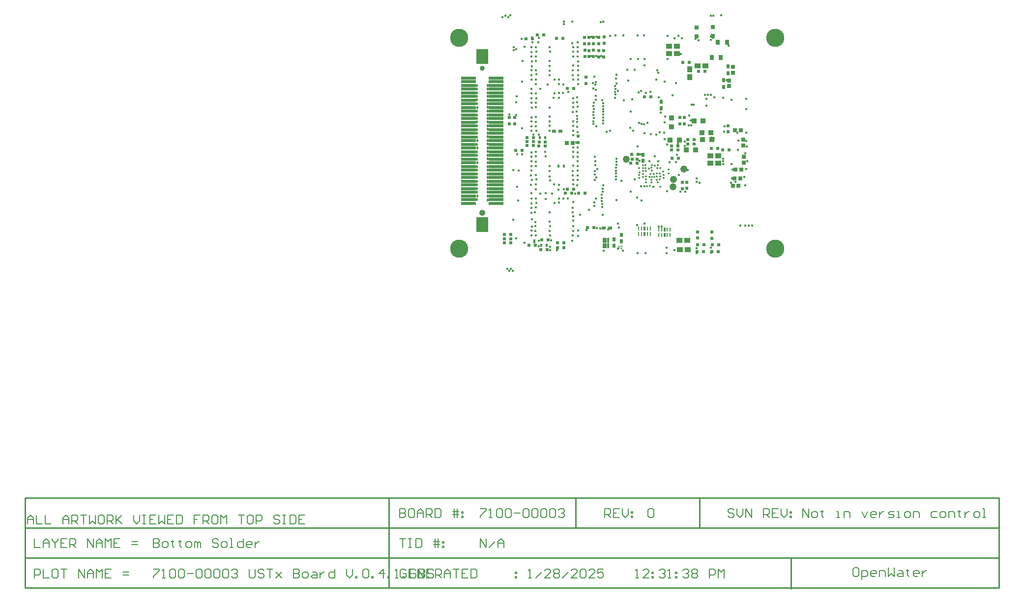
<source format=gbs>
G04*
G04 #@! TF.GenerationSoftware,Altium Limited,Altium Designer,24.3.1 (35)*
G04*
G04 Layer_Color=16711935*
%FSAX25Y25*%
%MOIN*%
G70*
G04*
G04 #@! TF.SameCoordinates,9BAF8AC8-72E2-4161-A934-73288D8D8D4B*
G04*
G04*
G04 #@! TF.FilePolarity,Negative*
G04*
G01*
G75*
%ADD11C,0.01000*%
%ADD20C,0.00800*%
%ADD32R,0.02000X0.02600*%
%ADD40R,0.02000X0.02400*%
%ADD43R,0.03600X0.03700*%
%ADD46R,0.02200X0.02000*%
%ADD49R,0.03740X0.04432*%
%ADD50R,0.04432X0.03740*%
%ADD51R,0.02400X0.02000*%
%ADD53R,0.02600X0.02000*%
%ADD56R,0.03700X0.03600*%
%ADD57R,0.01800X0.02200*%
%ADD60R,0.02200X0.02200*%
%ADD61R,0.03150X0.02975*%
%ADD77R,0.02677X0.02992*%
%ADD78R,0.02677X0.02992*%
%ADD79C,0.12294*%
%ADD80C,0.04143*%
%ADD81C,0.03356*%
%ADD82C,0.04894*%
%ADD83C,0.01794*%
%ADD84C,0.01594*%
%ADD85C,0.01394*%
%ADD86C,0.01781*%
%ADD104R,0.00800X0.02800*%
%ADD105R,0.01772X0.02800*%
%ADD109R,0.03000X0.03200*%
%ADD112R,0.02200X0.02800*%
%ADD113R,0.10443X0.01978*%
%ADD114R,0.08474X0.10443*%
%ADD115R,0.01457X0.01063*%
%ADD116R,0.01063X0.02441*%
%ADD117R,0.01194X0.03394*%
%ADD118R,0.02992X0.02677*%
%ADD119R,0.02992X0.02677*%
G54D11*
X0497200Y0080717D02*
Y0101050D01*
X0413200Y0080717D02*
Y0101050D01*
X0040000Y0080717D02*
X0700200D01*
X0040000Y0060383D02*
X0700000D01*
X0040000Y0040050D02*
X0440500D01*
X0040050Y0101050D02*
X0700200D01*
X0040050Y0040050D02*
Y0101050D01*
Y0040050D02*
X0197600D01*
X0040000D02*
Y0101050D01*
X0286500Y0040050D02*
Y0101050D01*
X0700200Y0040050D02*
Y0101050D01*
X0440500Y0040050D02*
X0700200D01*
X0559400Y0039400D02*
Y0059683D01*
G54D20*
X0126900Y0073549D02*
Y0067551D01*
X0129899D01*
X0130899Y0068550D01*
Y0069550D01*
X0129899Y0070550D01*
X0126900D01*
X0129899D01*
X0130899Y0071549D01*
Y0072549D01*
X0129899Y0073549D01*
X0126900D01*
X0133898Y0067551D02*
X0135897D01*
X0136897Y0068550D01*
Y0070550D01*
X0135897Y0071549D01*
X0133898D01*
X0132898Y0070550D01*
Y0068550D01*
X0133898Y0067551D01*
X0139896Y0072549D02*
Y0071549D01*
X0138896D01*
X0140895D01*
X0139896D01*
Y0068550D01*
X0140895Y0067551D01*
X0144894Y0072549D02*
Y0071549D01*
X0143895D01*
X0145894D01*
X0144894D01*
Y0068550D01*
X0145894Y0067551D01*
X0149893D02*
X0151892D01*
X0152892Y0068550D01*
Y0070550D01*
X0151892Y0071549D01*
X0149893D01*
X0148893Y0070550D01*
Y0068550D01*
X0149893Y0067551D01*
X0154891D02*
Y0071549D01*
X0155891D01*
X0156890Y0070550D01*
Y0067551D01*
Y0070550D01*
X0157890Y0071549D01*
X0158890Y0070550D01*
Y0067551D01*
X0170886Y0072549D02*
X0169886Y0073549D01*
X0167887D01*
X0166887Y0072549D01*
Y0071549D01*
X0167887Y0070550D01*
X0169886D01*
X0170886Y0069550D01*
Y0068550D01*
X0169886Y0067551D01*
X0167887D01*
X0166887Y0068550D01*
X0173885Y0067551D02*
X0175884D01*
X0176884Y0068550D01*
Y0070550D01*
X0175884Y0071549D01*
X0173885D01*
X0172885Y0070550D01*
Y0068550D01*
X0173885Y0067551D01*
X0178883D02*
X0180883D01*
X0179883D01*
Y0073549D01*
X0178883D01*
X0187880D02*
Y0067551D01*
X0184881D01*
X0183882Y0068550D01*
Y0070550D01*
X0184881Y0071549D01*
X0187880D01*
X0192879Y0067551D02*
X0190879D01*
X0189880Y0068550D01*
Y0070550D01*
X0190879Y0071549D01*
X0192879D01*
X0193878Y0070550D01*
Y0069550D01*
X0189880D01*
X0195878Y0071549D02*
Y0067551D01*
Y0069550D01*
X0196877Y0070550D01*
X0197877Y0071549D01*
X0198877D01*
X0567400Y0087833D02*
Y0093831D01*
X0571399Y0087833D01*
Y0093831D01*
X0574398Y0087833D02*
X0576397D01*
X0577397Y0088833D01*
Y0090832D01*
X0576397Y0091832D01*
X0574398D01*
X0573398Y0090832D01*
Y0088833D01*
X0574398Y0087833D01*
X0580396Y0092832D02*
Y0091832D01*
X0579396D01*
X0581395D01*
X0580396D01*
Y0088833D01*
X0581395Y0087833D01*
X0590393D02*
X0592392D01*
X0591392D01*
Y0091832D01*
X0590393D01*
X0595391Y0087833D02*
Y0091832D01*
X0598390D01*
X0599390Y0090832D01*
Y0087833D01*
X0607387Y0091832D02*
X0609386Y0087833D01*
X0611386Y0091832D01*
X0616384Y0087833D02*
X0614385D01*
X0613385Y0088833D01*
Y0090832D01*
X0614385Y0091832D01*
X0616384D01*
X0617384Y0090832D01*
Y0089833D01*
X0613385D01*
X0619383Y0091832D02*
Y0087833D01*
Y0089833D01*
X0620383Y0090832D01*
X0621383Y0091832D01*
X0622382D01*
X0625381Y0087833D02*
X0628380D01*
X0629380Y0088833D01*
X0628380Y0089833D01*
X0626381D01*
X0625381Y0090832D01*
X0626381Y0091832D01*
X0629380D01*
X0631379Y0087833D02*
X0633379D01*
X0632379D01*
Y0091832D01*
X0631379D01*
X0637377Y0087833D02*
X0639377D01*
X0640376Y0088833D01*
Y0090832D01*
X0639377Y0091832D01*
X0637377D01*
X0636378Y0090832D01*
Y0088833D01*
X0637377Y0087833D01*
X0642376D02*
Y0091832D01*
X0645375D01*
X0646374Y0090832D01*
Y0087833D01*
X0658371Y0091832D02*
X0655372D01*
X0654372Y0090832D01*
Y0088833D01*
X0655372Y0087833D01*
X0658371D01*
X0661370D02*
X0663369D01*
X0664369Y0088833D01*
Y0090832D01*
X0663369Y0091832D01*
X0661370D01*
X0660370Y0090832D01*
Y0088833D01*
X0661370Y0087833D01*
X0666368D02*
Y0091832D01*
X0669367D01*
X0670367Y0090832D01*
Y0087833D01*
X0673366Y0092832D02*
Y0091832D01*
X0672366D01*
X0674365D01*
X0673366D01*
Y0088833D01*
X0674365Y0087833D01*
X0677364Y0091832D02*
Y0087833D01*
Y0089833D01*
X0678364Y0090832D01*
X0679364Y0091832D01*
X0680364D01*
X0684362Y0087833D02*
X0686362D01*
X0687361Y0088833D01*
Y0090832D01*
X0686362Y0091832D01*
X0684362D01*
X0683362Y0090832D01*
Y0088833D01*
X0684362Y0087833D01*
X0689361D02*
X0691360D01*
X0690360D01*
Y0093831D01*
X0689361D01*
X0520799Y0092832D02*
X0519799Y0093831D01*
X0517800D01*
X0516800Y0092832D01*
Y0091832D01*
X0517800Y0090832D01*
X0519799D01*
X0520799Y0089833D01*
Y0088833D01*
X0519799Y0087833D01*
X0517800D01*
X0516800Y0088833D01*
X0522798Y0093831D02*
Y0089833D01*
X0524797Y0087833D01*
X0526797Y0089833D01*
Y0093831D01*
X0528796Y0087833D02*
Y0093831D01*
X0532795Y0087833D01*
Y0093831D01*
X0540792Y0087833D02*
Y0093831D01*
X0543791D01*
X0544791Y0092832D01*
Y0090832D01*
X0543791Y0089833D01*
X0540792D01*
X0542792D02*
X0544791Y0087833D01*
X0550789Y0093831D02*
X0546790D01*
Y0087833D01*
X0550789D01*
X0546790Y0090832D02*
X0548790D01*
X0552788Y0093831D02*
Y0089833D01*
X0554788Y0087833D01*
X0556787Y0089833D01*
Y0093831D01*
X0558786Y0091832D02*
X0559786D01*
Y0090832D01*
X0558786D01*
Y0091832D01*
Y0088833D02*
X0559786D01*
Y0087833D01*
X0558786D01*
Y0088833D01*
X0433000Y0087833D02*
Y0093831D01*
X0435999D01*
X0436999Y0092832D01*
Y0090832D01*
X0435999Y0089833D01*
X0433000D01*
X0434999D02*
X0436999Y0087833D01*
X0442997Y0093831D02*
X0438998D01*
Y0087833D01*
X0442997D01*
X0438998Y0090832D02*
X0440997D01*
X0444996Y0093831D02*
Y0089833D01*
X0446995Y0087833D01*
X0448995Y0089833D01*
Y0093831D01*
X0450994Y0091832D02*
X0451994D01*
Y0090832D01*
X0450994D01*
Y0091832D01*
Y0088833D02*
X0451994D01*
Y0087833D01*
X0450994D01*
Y0088833D01*
X0126900Y0052965D02*
X0130899D01*
Y0051965D01*
X0126900Y0047966D01*
Y0046966D01*
X0132898D02*
X0134897D01*
X0133898D01*
Y0052965D01*
X0132898Y0051965D01*
X0137896D02*
X0138896Y0052965D01*
X0140895D01*
X0141895Y0051965D01*
Y0047966D01*
X0140895Y0046966D01*
X0138896D01*
X0137896Y0047966D01*
Y0051965D01*
X0143895D02*
X0144894Y0052965D01*
X0146894D01*
X0147893Y0051965D01*
Y0047966D01*
X0146894Y0046966D01*
X0144894D01*
X0143895Y0047966D01*
Y0051965D01*
X0149893Y0049966D02*
X0153891D01*
X0155891Y0051965D02*
X0156890Y0052965D01*
X0158890D01*
X0159889Y0051965D01*
Y0047966D01*
X0158890Y0046966D01*
X0156890D01*
X0155891Y0047966D01*
Y0051965D01*
X0161889D02*
X0162888Y0052965D01*
X0164888D01*
X0165887Y0051965D01*
Y0047966D01*
X0164888Y0046966D01*
X0162888D01*
X0161889Y0047966D01*
Y0051965D01*
X0167887D02*
X0168886Y0052965D01*
X0170886D01*
X0171885Y0051965D01*
Y0047966D01*
X0170886Y0046966D01*
X0168886D01*
X0167887Y0047966D01*
Y0051965D01*
X0173885D02*
X0174884Y0052965D01*
X0176884D01*
X0177884Y0051965D01*
Y0047966D01*
X0176884Y0046966D01*
X0174884D01*
X0173885Y0047966D01*
Y0051965D01*
X0179883D02*
X0180883Y0052965D01*
X0182882D01*
X0183882Y0051965D01*
Y0050965D01*
X0182882Y0049966D01*
X0181882D01*
X0182882D01*
X0183882Y0048966D01*
Y0047966D01*
X0182882Y0046966D01*
X0180883D01*
X0179883Y0047966D01*
X0191879Y0052965D02*
Y0047966D01*
X0192879Y0046966D01*
X0194878D01*
X0195878Y0047966D01*
Y0052965D01*
X0201876Y0051965D02*
X0200876Y0052965D01*
X0198877D01*
X0197877Y0051965D01*
Y0050965D01*
X0198877Y0049966D01*
X0200876D01*
X0201876Y0048966D01*
Y0047966D01*
X0200876Y0046966D01*
X0198877D01*
X0197877Y0047966D01*
X0203875Y0052965D02*
X0207874D01*
X0205874D01*
Y0046966D01*
X0209873Y0050965D02*
X0213872Y0046966D01*
X0211873Y0048966D01*
X0213872Y0050965D01*
X0209873Y0046966D01*
X0221869Y0052965D02*
Y0046966D01*
X0224868D01*
X0225868Y0047966D01*
Y0048966D01*
X0224868Y0049966D01*
X0221869D01*
X0224868D01*
X0225868Y0050965D01*
Y0051965D01*
X0224868Y0052965D01*
X0221869D01*
X0228867Y0046966D02*
X0230866D01*
X0231866Y0047966D01*
Y0049966D01*
X0230866Y0050965D01*
X0228867D01*
X0227867Y0049966D01*
Y0047966D01*
X0228867Y0046966D01*
X0234865Y0050965D02*
X0236864D01*
X0237864Y0049966D01*
Y0046966D01*
X0234865D01*
X0233865Y0047966D01*
X0234865Y0048966D01*
X0237864D01*
X0239863Y0050965D02*
Y0046966D01*
Y0048966D01*
X0240863Y0049966D01*
X0241863Y0050965D01*
X0242863D01*
X0249860Y0052965D02*
Y0046966D01*
X0246861D01*
X0245862Y0047966D01*
Y0049966D01*
X0246861Y0050965D01*
X0249860D01*
X0257858Y0052965D02*
Y0048966D01*
X0259857Y0046966D01*
X0261856Y0048966D01*
Y0052965D01*
X0263856Y0046966D02*
Y0047966D01*
X0264855D01*
Y0046966D01*
X0263856D01*
X0268854Y0051965D02*
X0269854Y0052965D01*
X0271853D01*
X0272853Y0051965D01*
Y0047966D01*
X0271853Y0046966D01*
X0269854D01*
X0268854Y0047966D01*
Y0051965D01*
X0274852Y0046966D02*
Y0047966D01*
X0275852D01*
Y0046966D01*
X0274852D01*
X0282850D02*
Y0052965D01*
X0279851Y0049966D01*
X0283849D01*
X0285849Y0046966D02*
Y0047966D01*
X0286848D01*
Y0046966D01*
X0285849D01*
X0290847D02*
X0292846D01*
X0291847D01*
Y0052965D01*
X0290847Y0051965D01*
X0295845Y0046966D02*
Y0047966D01*
X0296845D01*
Y0046966D01*
X0295845D01*
X0304842Y0051965D02*
X0303843Y0052965D01*
X0301843D01*
X0300844Y0051965D01*
Y0047966D01*
X0301843Y0046966D01*
X0303843D01*
X0304842Y0047966D01*
Y0049966D01*
X0302843D01*
X0306842Y0052965D02*
Y0046966D01*
X0309841D01*
X0310841Y0047966D01*
Y0048966D01*
X0309841Y0049966D01*
X0306842D01*
X0309841D01*
X0310841Y0050965D01*
Y0051965D01*
X0309841Y0052965D01*
X0306842D01*
X0316839Y0051965D02*
X0315839Y0052965D01*
X0313840D01*
X0312840Y0051965D01*
Y0050965D01*
X0313840Y0049966D01*
X0315839D01*
X0316839Y0048966D01*
Y0047966D01*
X0315839Y0046966D01*
X0313840D01*
X0312840Y0047966D01*
X0381150Y0046966D02*
X0383149D01*
X0382150D01*
Y0052965D01*
X0381150Y0051965D01*
X0386148Y0046966D02*
X0390147Y0050965D01*
X0396145Y0046966D02*
X0392146D01*
X0396145Y0050965D01*
Y0051965D01*
X0395146Y0052965D01*
X0393146D01*
X0392146Y0051965D01*
X0398145D02*
X0399144Y0052965D01*
X0401144D01*
X0402143Y0051965D01*
Y0050965D01*
X0401144Y0049966D01*
X0402143Y0048966D01*
Y0047966D01*
X0401144Y0046966D01*
X0399144D01*
X0398145Y0047966D01*
Y0048966D01*
X0399144Y0049966D01*
X0398145Y0050965D01*
Y0051965D01*
X0399144Y0049966D02*
X0401144D01*
X0404143Y0046966D02*
X0408141Y0050965D01*
X0414139Y0046966D02*
X0410141D01*
X0414139Y0050965D01*
Y0051965D01*
X0413140Y0052965D01*
X0411140D01*
X0410141Y0051965D01*
X0416139D02*
X0417138Y0052965D01*
X0419138D01*
X0420137Y0051965D01*
Y0047966D01*
X0419138Y0046966D01*
X0417138D01*
X0416139Y0047966D01*
Y0051965D01*
X0426135Y0046966D02*
X0422137D01*
X0426135Y0050965D01*
Y0051965D01*
X0425136Y0052965D01*
X0423136D01*
X0422137Y0051965D01*
X0432133Y0052965D02*
X0428135D01*
Y0049966D01*
X0430134Y0050965D01*
X0431134D01*
X0432133Y0049966D01*
Y0047966D01*
X0431134Y0046966D01*
X0429135D01*
X0428135Y0047966D01*
X0298199Y0051965D02*
X0297199Y0052965D01*
X0295200D01*
X0294200Y0051965D01*
Y0047966D01*
X0295200Y0046966D01*
X0297199D01*
X0298199Y0047966D01*
Y0049966D01*
X0296199D01*
X0304197Y0052965D02*
X0300198D01*
Y0046966D01*
X0304197D01*
X0300198Y0049966D02*
X0302197D01*
X0306196Y0046966D02*
Y0052965D01*
X0310195Y0046966D01*
Y0052965D01*
X0316193D02*
X0312194D01*
Y0046966D01*
X0316193D01*
X0312194Y0049966D02*
X0314194D01*
X0318192Y0046966D02*
Y0052965D01*
X0321191D01*
X0322191Y0051965D01*
Y0049966D01*
X0321191Y0048966D01*
X0318192D01*
X0320192D02*
X0322191Y0046966D01*
X0324190D02*
Y0050965D01*
X0326190Y0052965D01*
X0328189Y0050965D01*
Y0046966D01*
Y0049966D01*
X0324190D01*
X0330188Y0052965D02*
X0334187D01*
X0332188D01*
Y0046966D01*
X0340185Y0052965D02*
X0336186D01*
Y0046966D01*
X0340185D01*
X0336186Y0049966D02*
X0338186D01*
X0342184Y0052965D02*
Y0046966D01*
X0345183D01*
X0346183Y0047966D01*
Y0051965D01*
X0345183Y0052965D01*
X0342184D01*
X0372175Y0050965D02*
X0373175D01*
Y0049966D01*
X0372175D01*
Y0050965D01*
Y0047966D02*
X0373175D01*
Y0046966D01*
X0372175D01*
Y0047966D01*
X0041778Y0083375D02*
Y0087374D01*
X0043777Y0089373D01*
X0045777Y0087374D01*
Y0083375D01*
Y0086374D01*
X0041778D01*
X0047776Y0089373D02*
Y0083375D01*
X0051775D01*
X0053774Y0089373D02*
Y0083375D01*
X0057773D01*
X0065770D02*
Y0087374D01*
X0067769Y0089373D01*
X0069769Y0087374D01*
Y0083375D01*
Y0086374D01*
X0065770D01*
X0071768Y0083375D02*
Y0089373D01*
X0074767D01*
X0075767Y0088373D01*
Y0086374D01*
X0074767Y0085374D01*
X0071768D01*
X0073768D02*
X0075767Y0083375D01*
X0077766Y0089373D02*
X0081765D01*
X0079766D01*
Y0083375D01*
X0083764Y0089373D02*
Y0083375D01*
X0085764Y0085374D01*
X0087763Y0083375D01*
Y0089373D01*
X0092761D02*
X0090762D01*
X0089762Y0088373D01*
Y0084374D01*
X0090762Y0083375D01*
X0092761D01*
X0093761Y0084374D01*
Y0088373D01*
X0092761Y0089373D01*
X0095760Y0083375D02*
Y0089373D01*
X0098759D01*
X0099759Y0088373D01*
Y0086374D01*
X0098759Y0085374D01*
X0095760D01*
X0097760D02*
X0099759Y0083375D01*
X0101759Y0089373D02*
Y0083375D01*
Y0085374D01*
X0105757Y0089373D01*
X0102758Y0086374D01*
X0105757Y0083375D01*
X0113755Y0089373D02*
Y0085374D01*
X0115754Y0083375D01*
X0117753Y0085374D01*
Y0089373D01*
X0119753D02*
X0121752D01*
X0120752D01*
Y0083375D01*
X0119753D01*
X0121752D01*
X0128750Y0089373D02*
X0124751D01*
Y0083375D01*
X0128750D01*
X0124751Y0086374D02*
X0126750D01*
X0130749Y0089373D02*
Y0083375D01*
X0132748Y0085374D01*
X0134748Y0083375D01*
Y0089373D01*
X0140746D02*
X0136747D01*
Y0083375D01*
X0140746D01*
X0136747Y0086374D02*
X0138747D01*
X0142745Y0089373D02*
Y0083375D01*
X0145744D01*
X0146744Y0084374D01*
Y0088373D01*
X0145744Y0089373D01*
X0142745D01*
X0158740D02*
X0154741D01*
Y0086374D01*
X0156741D01*
X0154741D01*
Y0083375D01*
X0160739D02*
Y0089373D01*
X0163738D01*
X0164738Y0088373D01*
Y0086374D01*
X0163738Y0085374D01*
X0160739D01*
X0162739D02*
X0164738Y0083375D01*
X0169737Y0089373D02*
X0167737D01*
X0166737Y0088373D01*
Y0084374D01*
X0167737Y0083375D01*
X0169737D01*
X0170736Y0084374D01*
Y0088373D01*
X0169737Y0089373D01*
X0172736Y0083375D02*
Y0089373D01*
X0174735Y0087374D01*
X0176734Y0089373D01*
Y0083375D01*
X0184732Y0089373D02*
X0188730D01*
X0186731D01*
Y0083375D01*
X0193729Y0089373D02*
X0191729D01*
X0190730Y0088373D01*
Y0084374D01*
X0191729Y0083375D01*
X0193729D01*
X0194728Y0084374D01*
Y0088373D01*
X0193729Y0089373D01*
X0196728Y0083375D02*
Y0089373D01*
X0199727D01*
X0200727Y0088373D01*
Y0086374D01*
X0199727Y0085374D01*
X0196728D01*
X0212723Y0088373D02*
X0211723Y0089373D01*
X0209723D01*
X0208724Y0088373D01*
Y0087374D01*
X0209723Y0086374D01*
X0211723D01*
X0212723Y0085374D01*
Y0084374D01*
X0211723Y0083375D01*
X0209723D01*
X0208724Y0084374D01*
X0214722Y0089373D02*
X0216721D01*
X0215722D01*
Y0083375D01*
X0214722D01*
X0216721D01*
X0219720Y0089373D02*
Y0083375D01*
X0222719D01*
X0223719Y0084374D01*
Y0088373D01*
X0222719Y0089373D01*
X0219720D01*
X0229717D02*
X0225718D01*
Y0083375D01*
X0229717D01*
X0225718Y0086374D02*
X0227718D01*
X0462150Y0092832D02*
X0463150Y0093831D01*
X0465149D01*
X0466149Y0092832D01*
Y0088833D01*
X0465149Y0087833D01*
X0463150D01*
X0462150Y0088833D01*
Y0092832D01*
X0348550Y0093831D02*
X0352549D01*
Y0092832D01*
X0348550Y0088833D01*
Y0087833D01*
X0354548D02*
X0356547D01*
X0355548D01*
Y0093831D01*
X0354548Y0092832D01*
X0359546D02*
X0360546Y0093831D01*
X0362545D01*
X0363545Y0092832D01*
Y0088833D01*
X0362545Y0087833D01*
X0360546D01*
X0359546Y0088833D01*
Y0092832D01*
X0365545D02*
X0366544Y0093831D01*
X0368544D01*
X0369543Y0092832D01*
Y0088833D01*
X0368544Y0087833D01*
X0366544D01*
X0365545Y0088833D01*
Y0092832D01*
X0371543Y0090832D02*
X0375541D01*
X0377541Y0092832D02*
X0378540Y0093831D01*
X0380540D01*
X0381539Y0092832D01*
Y0088833D01*
X0380540Y0087833D01*
X0378540D01*
X0377541Y0088833D01*
Y0092832D01*
X0383539D02*
X0384538Y0093831D01*
X0386538D01*
X0387537Y0092832D01*
Y0088833D01*
X0386538Y0087833D01*
X0384538D01*
X0383539Y0088833D01*
Y0092832D01*
X0389537D02*
X0390536Y0093831D01*
X0392536D01*
X0393535Y0092832D01*
Y0088833D01*
X0392536Y0087833D01*
X0390536D01*
X0389537Y0088833D01*
Y0092832D01*
X0395535D02*
X0396534Y0093831D01*
X0398534D01*
X0399534Y0092832D01*
Y0088833D01*
X0398534Y0087833D01*
X0396534D01*
X0395535Y0088833D01*
Y0092832D01*
X0401533D02*
X0402532Y0093831D01*
X0404532D01*
X0405532Y0092832D01*
Y0091832D01*
X0404532Y0090832D01*
X0403532D01*
X0404532D01*
X0405532Y0089833D01*
Y0088833D01*
X0404532Y0087833D01*
X0402532D01*
X0401533Y0088833D01*
X0294000Y0093831D02*
Y0087833D01*
X0296999D01*
X0297999Y0088833D01*
Y0089833D01*
X0296999Y0090832D01*
X0294000D01*
X0296999D01*
X0297999Y0091832D01*
Y0092832D01*
X0296999Y0093831D01*
X0294000D01*
X0302997D02*
X0300998D01*
X0299998Y0092832D01*
Y0088833D01*
X0300998Y0087833D01*
X0302997D01*
X0303997Y0088833D01*
Y0092832D01*
X0302997Y0093831D01*
X0305996Y0087833D02*
Y0091832D01*
X0307996Y0093831D01*
X0309995Y0091832D01*
Y0087833D01*
Y0090832D01*
X0305996D01*
X0311994Y0087833D02*
Y0093831D01*
X0314993D01*
X0315993Y0092832D01*
Y0090832D01*
X0314993Y0089833D01*
X0311994D01*
X0313994D02*
X0315993Y0087833D01*
X0317992Y0093831D02*
Y0087833D01*
X0320991D01*
X0321991Y0088833D01*
Y0092832D01*
X0320991Y0093831D01*
X0317992D01*
X0330988Y0087833D02*
Y0093831D01*
X0332987D02*
Y0087833D01*
X0329988Y0091832D02*
X0332987D01*
X0333987D01*
X0329988Y0089833D02*
X0333987D01*
X0335986Y0091832D02*
X0336986D01*
Y0090832D01*
X0335986D01*
Y0091832D01*
Y0088833D02*
X0336986D01*
Y0087833D01*
X0335986D01*
Y0088833D01*
X0046350Y0073549D02*
Y0067551D01*
X0050349D01*
X0052348D02*
Y0071549D01*
X0054347Y0073549D01*
X0056347Y0071549D01*
Y0067551D01*
Y0070550D01*
X0052348D01*
X0058346Y0073549D02*
Y0072549D01*
X0060346Y0070550D01*
X0062345Y0072549D01*
Y0073549D01*
X0060346Y0070550D02*
Y0067551D01*
X0068343Y0073549D02*
X0064344D01*
Y0067551D01*
X0068343D01*
X0064344Y0070550D02*
X0066343D01*
X0070342Y0067551D02*
Y0073549D01*
X0073341D01*
X0074341Y0072549D01*
Y0070550D01*
X0073341Y0069550D01*
X0070342D01*
X0072342D02*
X0074341Y0067551D01*
X0082338D02*
Y0073549D01*
X0086337Y0067551D01*
Y0073549D01*
X0088336Y0067551D02*
Y0071549D01*
X0090336Y0073549D01*
X0092335Y0071549D01*
Y0067551D01*
Y0070550D01*
X0088336D01*
X0094335Y0067551D02*
Y0073549D01*
X0096334Y0071549D01*
X0098333Y0073549D01*
Y0067551D01*
X0104331Y0073549D02*
X0100332D01*
Y0067551D01*
X0104331D01*
X0100332Y0070550D02*
X0102332D01*
X0112329Y0069550D02*
X0116327D01*
X0112329Y0071549D02*
X0116327D01*
X0046350Y0046966D02*
Y0052965D01*
X0049349D01*
X0050349Y0051965D01*
Y0049966D01*
X0049349Y0048966D01*
X0046350D01*
X0052348Y0052965D02*
Y0046966D01*
X0056347D01*
X0061345Y0052965D02*
X0059346D01*
X0058346Y0051965D01*
Y0047966D01*
X0059346Y0046966D01*
X0061345D01*
X0062345Y0047966D01*
Y0051965D01*
X0061345Y0052965D01*
X0064344D02*
X0068343D01*
X0066343D01*
Y0046966D01*
X0076340D02*
Y0052965D01*
X0080339Y0046966D01*
Y0052965D01*
X0082338Y0046966D02*
Y0050965D01*
X0084338Y0052965D01*
X0086337Y0050965D01*
Y0046966D01*
Y0049966D01*
X0082338D01*
X0088336Y0046966D02*
Y0052965D01*
X0090336Y0050965D01*
X0092335Y0052965D01*
Y0046966D01*
X0098333Y0052965D02*
X0094335D01*
Y0046966D01*
X0098333D01*
X0094335Y0049966D02*
X0096334D01*
X0106331Y0048966D02*
X0110329D01*
X0106331Y0050965D02*
X0110329D01*
X0454050Y0046966D02*
X0456049D01*
X0455050D01*
Y0052965D01*
X0454050Y0051965D01*
X0463047Y0046966D02*
X0459048D01*
X0463047Y0050965D01*
Y0051965D01*
X0462047Y0052965D01*
X0460048D01*
X0459048Y0051965D01*
X0465046Y0050965D02*
X0466046D01*
Y0049966D01*
X0465046D01*
Y0050965D01*
Y0047966D02*
X0466046D01*
Y0046966D01*
X0465046D01*
Y0047966D01*
X0470045Y0051965D02*
X0471044Y0052965D01*
X0473044D01*
X0474044Y0051965D01*
Y0050965D01*
X0473044Y0049966D01*
X0472044D01*
X0473044D01*
X0474044Y0048966D01*
Y0047966D01*
X0473044Y0046966D01*
X0471044D01*
X0470045Y0047966D01*
X0476043Y0046966D02*
X0478042D01*
X0477043D01*
Y0052965D01*
X0476043Y0051965D01*
X0481041Y0050965D02*
X0482041D01*
Y0049966D01*
X0481041D01*
Y0050965D01*
Y0047966D02*
X0482041D01*
Y0046966D01*
X0481041D01*
Y0047966D01*
X0486040Y0051965D02*
X0487039Y0052965D01*
X0489039D01*
X0490038Y0051965D01*
Y0050965D01*
X0489039Y0049966D01*
X0488039D01*
X0489039D01*
X0490038Y0048966D01*
Y0047966D01*
X0489039Y0046966D01*
X0487039D01*
X0486040Y0047966D01*
X0492038Y0051965D02*
X0493037Y0052965D01*
X0495037D01*
X0496036Y0051965D01*
Y0050965D01*
X0495037Y0049966D01*
X0496036Y0048966D01*
Y0047966D01*
X0495037Y0046966D01*
X0493037D01*
X0492038Y0047966D01*
Y0048966D01*
X0493037Y0049966D01*
X0492038Y0050965D01*
Y0051965D01*
X0493037Y0049966D02*
X0495037D01*
X0504034Y0046966D02*
Y0052965D01*
X0507033D01*
X0508033Y0051965D01*
Y0049966D01*
X0507033Y0048966D01*
X0504034D01*
X0510032Y0046966D02*
Y0052965D01*
X0512031Y0050965D01*
X0514031Y0052965D01*
Y0046966D01*
X0604409Y0053922D02*
X0602409D01*
X0601409Y0052922D01*
Y0048923D01*
X0602409Y0047924D01*
X0604409D01*
X0605408Y0048923D01*
Y0052922D01*
X0604409Y0053922D01*
X0607408Y0045924D02*
Y0051922D01*
X0610407D01*
X0611406Y0050923D01*
Y0048923D01*
X0610407Y0047924D01*
X0607408D01*
X0616405D02*
X0614405D01*
X0613406Y0048923D01*
Y0050923D01*
X0614405Y0051922D01*
X0616405D01*
X0617404Y0050923D01*
Y0049923D01*
X0613406D01*
X0619404Y0047924D02*
Y0051922D01*
X0622403D01*
X0623402Y0050923D01*
Y0047924D01*
X0625402Y0053922D02*
Y0047924D01*
X0627401Y0049923D01*
X0629400Y0047924D01*
Y0053922D01*
X0632400Y0051922D02*
X0634399D01*
X0635398Y0050923D01*
Y0047924D01*
X0632400D01*
X0631400Y0048923D01*
X0632400Y0049923D01*
X0635398D01*
X0638398Y0052922D02*
Y0051922D01*
X0637398D01*
X0639397D01*
X0638398D01*
Y0048923D01*
X0639397Y0047924D01*
X0645395D02*
X0643396D01*
X0642396Y0048923D01*
Y0050923D01*
X0643396Y0051922D01*
X0645395D01*
X0646395Y0050923D01*
Y0049923D01*
X0642396D01*
X0648394Y0051922D02*
Y0047924D01*
Y0049923D01*
X0649394Y0050923D01*
X0650394Y0051922D01*
X0651393D01*
X0294000Y0073498D02*
X0297999D01*
X0295999D01*
Y0067500D01*
X0299998Y0073498D02*
X0301997D01*
X0300998D01*
Y0067500D01*
X0299998D01*
X0301997D01*
X0304996Y0073498D02*
Y0067500D01*
X0307996D01*
X0308995Y0068500D01*
Y0072498D01*
X0307996Y0073498D01*
X0304996D01*
X0317992Y0067500D02*
Y0073498D01*
X0319992D02*
Y0067500D01*
X0316993Y0071499D02*
X0319992D01*
X0320991D01*
X0316993Y0069499D02*
X0320991D01*
X0322991Y0071499D02*
X0323990D01*
Y0070499D01*
X0322991D01*
Y0071499D01*
Y0068500D02*
X0323990D01*
Y0067500D01*
X0322991D01*
Y0068500D01*
X0348550Y0067500D02*
Y0073498D01*
X0352549Y0067500D01*
Y0073498D01*
X0354548Y0067500D02*
X0358547Y0071499D01*
X0360546Y0067500D02*
Y0071499D01*
X0362545Y0073498D01*
X0364545Y0071499D01*
Y0067500D01*
Y0070499D01*
X0360546D01*
G54D32*
X0471438Y0365544D02*
D03*
Y0369944D02*
D03*
X0513715Y0379936D02*
D03*
Y0384336D02*
D03*
X0516529Y0389265D02*
D03*
Y0393665D02*
D03*
X0439389Y0276459D02*
D03*
Y0272059D02*
D03*
X0444314Y0279515D02*
D03*
Y0275115D02*
D03*
G54D40*
X0488501Y0310993D02*
D03*
Y0315293D02*
D03*
X0485736Y0315185D02*
D03*
Y0310885D02*
D03*
X0425445Y0413362D02*
D03*
Y0409062D02*
D03*
X0422261Y0413433D02*
D03*
Y0409132D02*
D03*
X0428843Y0413561D02*
D03*
Y0409261D02*
D03*
X0419364Y0413436D02*
D03*
Y0409136D02*
D03*
X0432552Y0413713D02*
D03*
Y0409413D02*
D03*
X0425425Y0400364D02*
D03*
Y0404664D02*
D03*
X0428826Y0400181D02*
D03*
Y0404481D02*
D03*
X0422340Y0400331D02*
D03*
Y0404631D02*
D03*
X0432278Y0400247D02*
D03*
Y0404548D02*
D03*
X0419486Y0400359D02*
D03*
Y0404659D02*
D03*
X0420147Y0382136D02*
D03*
Y0386436D02*
D03*
X0371923Y0359152D02*
D03*
Y0354852D02*
D03*
X0368432Y0359088D02*
D03*
Y0354788D02*
D03*
X0415045Y0346598D02*
D03*
Y0342298D02*
D03*
X0483804Y0354682D02*
D03*
Y0358982D02*
D03*
X0486966Y0354707D02*
D03*
Y0359007D02*
D03*
X0495864Y0277315D02*
D03*
Y0281615D02*
D03*
X0505745Y0277224D02*
D03*
Y0281524D02*
D03*
G54D43*
X0494498Y0337145D02*
D03*
X0488398D02*
D03*
X0493501Y0356947D02*
D03*
X0499601D02*
D03*
X0499020Y0348794D02*
D03*
X0505121D02*
D03*
X0505522Y0344172D02*
D03*
X0499423D02*
D03*
X0477430Y0343777D02*
D03*
X0483530D02*
D03*
G54D46*
X0516505Y0349350D02*
D03*
Y0353350D02*
D03*
G54D49*
X0490559Y0386390D02*
D03*
Y0391727D02*
D03*
G54D50*
X0482022Y0402635D02*
D03*
X0476685D02*
D03*
X0509888Y0333191D02*
D03*
X0504551D02*
D03*
X0509888Y0328258D02*
D03*
X0504551D02*
D03*
X0483721Y0275661D02*
D03*
X0489058D02*
D03*
X0483894Y0269458D02*
D03*
X0489231D02*
D03*
X0501173Y0394264D02*
D03*
X0495836D02*
D03*
X0476685Y0407549D02*
D03*
X0482022D02*
D03*
G54D51*
X0513092Y0337252D02*
D03*
X0517392D02*
D03*
X0509535Y0338292D02*
D03*
X0505234D02*
D03*
X0459887Y0373075D02*
D03*
X0464187D02*
D03*
X0490378Y0396354D02*
D03*
X0486078D02*
D03*
X0392757Y0339821D02*
D03*
X0388457D02*
D03*
X0387277Y0415281D02*
D03*
X0391577D02*
D03*
X0392773Y0342541D02*
D03*
X0388473D02*
D03*
X0380357Y0345507D02*
D03*
X0384657D02*
D03*
X0383909Y0412487D02*
D03*
X0379609D02*
D03*
X0376938Y0336923D02*
D03*
X0372638D02*
D03*
X0406423Y0307829D02*
D03*
X0410723D02*
D03*
X0407588Y0378683D02*
D03*
X0411888D02*
D03*
X0419718Y0307675D02*
D03*
X0415418D02*
D03*
X0389563Y0269373D02*
D03*
X0393864D02*
D03*
X0390210Y0276025D02*
D03*
X0394510D02*
D03*
X0385852Y0272452D02*
D03*
X0381552D02*
D03*
X0380332Y0342837D02*
D03*
X0384632D02*
D03*
X0380266Y0340085D02*
D03*
X0384566D02*
D03*
X0369320Y0276863D02*
D03*
X0365019D02*
D03*
X0369261Y0274095D02*
D03*
X0364961D02*
D03*
X0369332Y0279721D02*
D03*
X0365032D02*
D03*
X0400865Y0274042D02*
D03*
X0405164D02*
D03*
X0407673Y0310553D02*
D03*
X0411973D02*
D03*
X0496787Y0390409D02*
D03*
X0501087D02*
D03*
X0489225Y0341283D02*
D03*
X0493525D02*
D03*
X0489225Y0344289D02*
D03*
X0493525D02*
D03*
X0455565Y0334259D02*
D03*
X0451265D02*
D03*
X0425730Y0284323D02*
D03*
X0421429D02*
D03*
X0482555Y0339961D02*
D03*
X0478255D02*
D03*
X0482585Y0337117D02*
D03*
X0478285D02*
D03*
X0478651Y0331496D02*
D03*
X0482951D02*
D03*
X0454959Y0328107D02*
D03*
X0450659D02*
D03*
X0495841Y0272768D02*
D03*
X0500141D02*
D03*
X0495697Y0268204D02*
D03*
X0499997D02*
D03*
X0509906D02*
D03*
X0505606D02*
D03*
X0505885Y0272717D02*
D03*
X0510184D02*
D03*
X0400904Y0270887D02*
D03*
X0405203D02*
D03*
X0404599Y0412910D02*
D03*
X0400299D02*
D03*
G54D53*
X0402953Y0349851D02*
D03*
X0398553D02*
D03*
X0432260Y0284033D02*
D03*
X0436660D02*
D03*
G54D56*
X0478170Y0358782D02*
D03*
Y0352682D02*
D03*
G54D57*
X0405408Y0326040D02*
D03*
X0401708D02*
D03*
X0390070Y0272572D02*
D03*
X0393770D02*
D03*
X0392654Y0345425D02*
D03*
X0388955D02*
D03*
G54D60*
X0454971Y0330955D02*
D03*
X0451471D02*
D03*
G54D61*
X0495433Y0420270D02*
D03*
Y0414145D02*
D03*
X0506179Y0414469D02*
D03*
Y0420594D02*
D03*
G54D77*
X0521374Y0350532D02*
D03*
X0521739Y0323947D02*
D03*
X0411146Y0341687D02*
D03*
X0521089Y0317941D02*
D03*
X0523668Y0312727D02*
D03*
G54D78*
X0525232Y0350532D02*
D03*
X0525597Y0323947D02*
D03*
X0407287Y0341687D02*
D03*
X0524947Y0317941D02*
D03*
X0519810Y0312727D02*
D03*
G54D79*
X0548783Y0270286D02*
D03*
X0334401D02*
D03*
Y0413156D02*
D03*
X0548783D02*
D03*
G54D80*
X0350010Y0294408D02*
D03*
G54D81*
Y0392439D02*
D03*
G54D82*
X0447683Y0330747D02*
D03*
X0486637Y0324285D02*
D03*
X0479528Y0317167D02*
D03*
X0479224Y0312035D02*
D03*
G54D83*
X0346363Y0315869D02*
D03*
X0346407Y0313470D02*
D03*
X0346423Y0308363D02*
D03*
X0346426Y0303463D02*
D03*
X0346438Y0310820D02*
D03*
X0346481Y0305848D02*
D03*
X0353548Y0315834D02*
D03*
X0353565Y0303281D02*
D03*
X0353591Y0313436D02*
D03*
X0353624Y0310889D02*
D03*
X0353646Y0305910D02*
D03*
X0353699Y0308437D02*
D03*
X0346365Y0325932D02*
D03*
X0346378Y0323413D02*
D03*
X0346392Y0320927D02*
D03*
X0346418Y0335841D02*
D03*
X0346430Y0333363D02*
D03*
X0346436Y0318499D02*
D03*
X0346452Y0340898D02*
D03*
X0346463Y0330874D02*
D03*
X0346497Y0343455D02*
D03*
X0346497Y0328474D02*
D03*
X0346564Y0338454D02*
D03*
X0353533Y0338451D02*
D03*
X0353539Y0340972D02*
D03*
X0353550Y0325898D02*
D03*
X0353562Y0323378D02*
D03*
X0353576Y0336052D02*
D03*
X0353577Y0320893D02*
D03*
X0353608Y0333505D02*
D03*
X0353620Y0318465D02*
D03*
X0353630Y0328527D02*
D03*
X0353684Y0331053D02*
D03*
X0346359Y0368546D02*
D03*
X0346372Y0370996D02*
D03*
X0346421Y0356056D02*
D03*
X0346429Y0363493D02*
D03*
X0346441Y0360903D02*
D03*
Y0358470D02*
D03*
X0346441Y0350912D02*
D03*
X0346452Y0345922D02*
D03*
X0346452Y0353401D02*
D03*
X0346452Y0348423D02*
D03*
X0346485Y0365848D02*
D03*
X0353530Y0360968D02*
D03*
X0353540Y0363445D02*
D03*
X0353544Y0368512D02*
D03*
X0353547Y0348415D02*
D03*
X0353547Y0345995D02*
D03*
X0353557Y0370962D02*
D03*
X0353558Y0366026D02*
D03*
X0353561Y0343509D02*
D03*
X0353573Y0358569D02*
D03*
X0353606Y0356022D02*
D03*
X0353627Y0351043D02*
D03*
X0353681Y0353570D02*
D03*
X0346329Y0373395D02*
D03*
X0346340Y0375872D02*
D03*
X0346343Y0380939D02*
D03*
X0346358Y0378453D02*
D03*
X0353514Y0373361D02*
D03*
X0353524Y0375838D02*
D03*
X0353528Y0380905D02*
D03*
X0353542Y0378419D02*
D03*
G54D84*
X0527548Y0318778D02*
D03*
X0519171Y0317801D02*
D03*
X0518641Y0314931D02*
D03*
X0528421Y0313019D02*
D03*
X0528255Y0334963D02*
D03*
X0507374Y0372914D02*
D03*
X0513426Y0327566D02*
D03*
X0513458Y0329385D02*
D03*
X0515726Y0384464D02*
D03*
X0530720Y0285653D02*
D03*
X0529119Y0342997D02*
D03*
X0529299Y0339472D02*
D03*
X0529578Y0329389D02*
D03*
X0528824Y0324160D02*
D03*
X0533120Y0285653D02*
D03*
X0528220D02*
D03*
X0525020Y0285753D02*
D03*
X0489399Y0323326D02*
D03*
X0483365Y0320282D02*
D03*
X0452390Y0350175D02*
D03*
X0491267Y0357176D02*
D03*
X0458074Y0302816D02*
D03*
X0522956Y0348689D02*
D03*
X0523793Y0343526D02*
D03*
X0456780Y0329649D02*
D03*
X0441103Y0303119D02*
D03*
X0450716Y0308920D02*
D03*
X0481264Y0328685D02*
D03*
X0478906Y0374057D02*
D03*
X0444302Y0316007D02*
D03*
X0442598Y0284385D02*
D03*
X0445250Y0268831D02*
D03*
X0425804Y0386721D02*
D03*
X0411078Y0409610D02*
D03*
X0422331Y0296424D02*
D03*
X0423609Y0400894D02*
D03*
X0427424Y0400911D02*
D03*
X0459894Y0394367D02*
D03*
X0453273Y0391452D02*
D03*
X0448282Y0391328D02*
D03*
X0487257Y0339793D02*
D03*
X0493224Y0367740D02*
D03*
X0491803Y0367750D02*
D03*
X0513455Y0372607D02*
D03*
X0502974Y0374471D02*
D03*
X0501084Y0374520D02*
D03*
X0481835Y0333752D02*
D03*
X0425447Y0356559D02*
D03*
X0425432Y0354675D02*
D03*
X0425521Y0358650D02*
D03*
X0425458Y0360747D02*
D03*
X0425597Y0368983D02*
D03*
X0427100Y0371007D02*
D03*
X0432006Y0368843D02*
D03*
X0432026Y0364966D02*
D03*
X0432055Y0366899D02*
D03*
X0432036Y0361031D02*
D03*
X0432045Y0363013D02*
D03*
X0432036Y0359049D02*
D03*
X0431987Y0357106D02*
D03*
X0432006Y0355104D02*
D03*
X0425400Y0366901D02*
D03*
X0425433Y0362928D02*
D03*
X0425475Y0364915D02*
D03*
X0414470Y0349060D02*
D03*
X0414183Y0352797D02*
D03*
X0414396Y0356102D02*
D03*
X0414404Y0358148D02*
D03*
X0414050Y0363123D02*
D03*
X0414493Y0366307D02*
D03*
X0414205Y0369624D02*
D03*
X0414280Y0372755D02*
D03*
X0411053Y0424275D02*
D03*
X0405384Y0422514D02*
D03*
X0405461Y0424207D02*
D03*
X0482543Y0341378D02*
D03*
X0475618Y0398935D02*
D03*
X0475005Y0267155D02*
D03*
X0475116Y0270740D02*
D03*
X0471495Y0284973D02*
D03*
X0469613Y0285085D02*
D03*
X0459927Y0286992D02*
D03*
X0455108Y0286054D02*
D03*
X0441862Y0270234D02*
D03*
X0475257Y0309160D02*
D03*
X0505054Y0270690D02*
D03*
X0505120Y0267353D02*
D03*
X0495242Y0267287D02*
D03*
X0495275Y0270624D02*
D03*
X0482713Y0269383D02*
D03*
X0485142Y0269257D02*
D03*
X0480158D02*
D03*
X0505012Y0374454D02*
D03*
X0448824Y0384205D02*
D03*
X0467965Y0384904D02*
D03*
X0516919Y0407735D02*
D03*
X0455080Y0304887D02*
D03*
X0463854Y0376619D02*
D03*
X0469163Y0389426D02*
D03*
X0435208Y0283195D02*
D03*
X0453451Y0317006D02*
D03*
X0506240Y0413062D02*
D03*
X0504935Y0411743D02*
D03*
X0455661Y0398670D02*
D03*
X0455296Y0267114D02*
D03*
X0460569Y0267132D02*
D03*
X0523460Y0337219D02*
D03*
X0528971Y0371931D02*
D03*
X0529028Y0364754D02*
D03*
X0504910Y0414300D02*
D03*
X0467134Y0332921D02*
D03*
X0441941Y0377222D02*
D03*
X0427249Y0318582D02*
D03*
X0426354Y0320405D02*
D03*
X0411129Y0275456D02*
D03*
X0411655Y0326325D02*
D03*
X0440801Y0327082D02*
D03*
X0440816Y0329186D02*
D03*
X0440942Y0331134D02*
D03*
X0431568Y0310935D02*
D03*
X0431546Y0308916D02*
D03*
X0430998Y0304622D02*
D03*
X0431153Y0300331D02*
D03*
X0431423Y0298386D02*
D03*
X0430844Y0302399D02*
D03*
X0425820Y0299200D02*
D03*
X0425849Y0301323D02*
D03*
X0411770Y0289293D02*
D03*
X0411496Y0292028D02*
D03*
X0415026Y0278666D02*
D03*
X0415106Y0282308D02*
D03*
X0411470Y0335699D02*
D03*
X0436577Y0350176D02*
D03*
X0432416Y0268767D02*
D03*
X0434283Y0349614D02*
D03*
X0481207Y0382334D02*
D03*
X0436515Y0414591D02*
D03*
X0385369Y0274537D02*
D03*
X0388416Y0271829D02*
D03*
X0388385Y0275624D02*
D03*
X0385316Y0275668D02*
D03*
X0473508Y0344560D02*
D03*
X0501952Y0367058D02*
D03*
X0501958Y0371809D02*
D03*
X0414260Y0313016D02*
D03*
X0416456Y0293145D02*
D03*
X0426978Y0304120D02*
D03*
X0450315Y0352070D02*
D03*
X0413515Y0342136D02*
D03*
X0413096Y0307541D02*
D03*
X0461102Y0375818D02*
D03*
X0473615Y0355701D02*
D03*
X0430018Y0283885D02*
D03*
X0427800Y0284253D02*
D03*
X0512038Y0428463D02*
D03*
X0505449Y0345367D02*
D03*
X0507096Y0345273D02*
D03*
X0457175Y0334058D02*
D03*
X0468063Y0347545D02*
D03*
X0463291Y0329461D02*
D03*
X0487227Y0342795D02*
D03*
X0529088Y0348640D02*
D03*
X0519719Y0323746D02*
D03*
X0518859Y0327316D02*
D03*
X0519117Y0371214D02*
D03*
X0470316Y0349106D02*
D03*
X0455840Y0376257D02*
D03*
X0457780Y0377071D02*
D03*
X0468554Y0391199D02*
D03*
X0495714Y0414322D02*
D03*
X0494625Y0412631D02*
D03*
X0496501Y0411519D02*
D03*
X0505002Y0428192D02*
D03*
X0506526Y0428092D02*
D03*
X0430345Y0423962D02*
D03*
X0431952Y0423979D02*
D03*
X0455433Y0339634D02*
D03*
X0370847Y0289781D02*
D03*
Y0323374D02*
D03*
X0376818Y0383444D02*
D03*
X0440447Y0414752D02*
D03*
X0414767Y0326250D02*
D03*
X0420678Y0282966D02*
D03*
X0427181Y0413849D02*
D03*
X0423809Y0413813D02*
D03*
X0430568Y0400928D02*
D03*
X0473854Y0359824D02*
D03*
X0459753Y0354377D02*
D03*
X0476836Y0328703D02*
D03*
X0464221Y0347795D02*
D03*
X0469363Y0329329D02*
D03*
X0442066Y0286992D02*
D03*
X0383613Y0285277D02*
D03*
X0425412Y0378672D02*
D03*
X0425031Y0382439D02*
D03*
X0426862Y0383224D02*
D03*
X0414169Y0360215D02*
D03*
X0427318Y0353238D02*
D03*
X0440500Y0385359D02*
D03*
X0485449Y0412743D02*
D03*
X0475534Y0414628D02*
D03*
X0480398Y0412747D02*
D03*
X0473458Y0348779D02*
D03*
X0427821Y0324114D02*
D03*
X0426271Y0332316D02*
D03*
X0426704Y0329566D02*
D03*
X0426584Y0326840D02*
D03*
X0426151Y0322961D02*
D03*
X0426794Y0381308D02*
D03*
X0426989Y0377672D02*
D03*
X0431889Y0313012D02*
D03*
X0431023Y0306833D02*
D03*
X0383738Y0290039D02*
D03*
X0427083Y0373717D02*
D03*
X0408138Y0376398D02*
D03*
X0440420Y0374666D02*
D03*
X0440955Y0382250D02*
D03*
X0469755Y0372916D02*
D03*
X0451754Y0371441D02*
D03*
X0450762Y0362973D02*
D03*
X0457811Y0354889D02*
D03*
X0456167Y0355591D02*
D03*
X0462061Y0355499D02*
D03*
X0470984Y0364468D02*
D03*
X0471056Y0362519D02*
D03*
X0445591Y0414680D02*
D03*
X0495043Y0393355D02*
D03*
X0459835Y0348314D02*
D03*
X0490267Y0360398D02*
D03*
X0490092Y0353801D02*
D03*
X0484416Y0308948D02*
D03*
X0521531Y0315328D02*
D03*
X0487667Y0308948D02*
D03*
X0374228Y0302782D02*
D03*
X0383325Y0300757D02*
D03*
X0383503Y0316968D02*
D03*
X0386700Y0388587D02*
D03*
X0383220Y0375429D02*
D03*
X0373718Y0334190D02*
D03*
X0386309Y0332648D02*
D03*
X0450629Y0398806D02*
D03*
X0491746Y0353811D02*
D03*
X0383225Y0332587D02*
D03*
X0460090Y0398710D02*
D03*
X0459603Y0414807D02*
D03*
X0455464Y0414644D02*
D03*
X0411424Y0279092D02*
D03*
X0411538Y0282068D02*
D03*
X0384628Y0347338D02*
D03*
X0440595Y0316988D02*
D03*
Y0319014D02*
D03*
X0440637Y0320997D02*
D03*
X0440580Y0322909D02*
D03*
X0440666Y0324977D02*
D03*
X0426352Y0316847D02*
D03*
X0484765Y0402173D02*
D03*
X0483001Y0414343D02*
D03*
X0405096Y0304161D02*
D03*
X0408080Y0304122D02*
D03*
X0405108Y0381352D02*
D03*
X0475379Y0340812D02*
D03*
X0383280Y0378587D02*
D03*
X0374647Y0323220D02*
D03*
X0383220Y0356415D02*
D03*
X0373252Y0373474D02*
D03*
X0383308Y0391160D02*
D03*
X0378641Y0274280D02*
D03*
X0473663Y0383379D02*
D03*
X0373009Y0360902D02*
D03*
Y0369621D02*
D03*
X0373070Y0277117D02*
D03*
X0386418Y0366015D02*
D03*
X0383331Y0369049D02*
D03*
X0383329Y0322993D02*
D03*
X0383233Y0359222D02*
D03*
X0378511Y0407034D02*
D03*
X0411540Y0356486D02*
D03*
X0513395Y0331152D02*
D03*
X0431695Y0293017D02*
D03*
X0514311Y0353149D02*
D03*
X0389446Y0307444D02*
D03*
X0411520Y0347257D02*
D03*
X0411677Y0285518D02*
D03*
X0388305Y0347401D02*
D03*
X0373499Y0312011D02*
D03*
X0377242Y0397398D02*
D03*
X0405146Y0310563D02*
D03*
X0383161Y0304129D02*
D03*
X0514039Y0349337D02*
D03*
X0376947Y0334261D02*
D03*
X0376897Y0351841D02*
D03*
X0371284Y0404917D02*
D03*
X0371217Y0406659D02*
D03*
X0376676Y0412402D02*
D03*
X0439950Y0376620D02*
D03*
X0411432Y0362832D02*
D03*
Y0322866D02*
D03*
Y0319724D02*
D03*
X0446027Y0370777D02*
D03*
X0411413Y0297844D02*
D03*
X0383355Y0294581D02*
D03*
X0385965Y0282257D02*
D03*
Y0288294D02*
D03*
Y0285350D02*
D03*
X0386163Y0279012D02*
D03*
X0386407Y0304204D02*
D03*
X0385737Y0294795D02*
D03*
X0386345Y0298074D02*
D03*
X0386509Y0301194D02*
D03*
X0411502Y0301697D02*
D03*
X0411622Y0313639D02*
D03*
X0414527Y0316729D02*
D03*
X0431426Y0370873D02*
D03*
X0411584Y0372203D02*
D03*
X0386409Y0310603D02*
D03*
X0404717Y0375926D02*
D03*
X0414563Y0329343D02*
D03*
X0414725Y0335406D02*
D03*
X0414560Y0319761D02*
D03*
X0411593Y0350166D02*
D03*
X0414646Y0400551D02*
D03*
X0414969Y0384791D02*
D03*
X0414902Y0381689D02*
D03*
X0414612Y0403669D02*
D03*
X0414663Y0406813D02*
D03*
X0439973Y0372489D02*
D03*
X0440462Y0378535D02*
D03*
X0439944Y0380616D02*
D03*
X0441021Y0388226D02*
D03*
X0414493Y0409976D02*
D03*
X0414816Y0397052D02*
D03*
X0411482Y0338863D02*
D03*
X0411541Y0316704D02*
D03*
X0411495Y0332418D02*
D03*
X0414695Y0338818D02*
D03*
X0414629Y0332418D02*
D03*
X0414640Y0323092D02*
D03*
X0411465Y0294817D02*
D03*
X0386597Y0350225D02*
D03*
X0373110Y0405397D02*
D03*
X0383694Y0393795D02*
D03*
X0411475Y0406777D02*
D03*
X0411538Y0403651D02*
D03*
X0411574Y0400540D02*
D03*
X0411582Y0369197D02*
D03*
X0411677Y0365995D02*
D03*
X0411627Y0394349D02*
D03*
X0414906Y0394221D02*
D03*
X0414832Y0391073D02*
D03*
X0411401Y0387893D02*
D03*
X0411389Y0391182D02*
D03*
X0411557Y0384774D02*
D03*
X0414834Y0387783D02*
D03*
X0411503Y0353326D02*
D03*
X0383517Y0397263D02*
D03*
X0383194Y0326094D02*
D03*
X0383390Y0282575D02*
D03*
X0383341Y0297921D02*
D03*
X0383234Y0279220D02*
D03*
X0386392Y0335736D02*
D03*
X0383232Y0335587D02*
D03*
X0386428Y0329303D02*
D03*
X0383295Y0329392D02*
D03*
X0386428Y0326147D02*
D03*
X0383133Y0313562D02*
D03*
X0386262Y0313647D02*
D03*
X0386531Y0317009D02*
D03*
X0383133Y0319893D02*
D03*
X0386267Y0320187D02*
D03*
X0383192Y0350208D02*
D03*
Y0353115D02*
D03*
X0386342Y0353115D02*
D03*
Y0356264D02*
D03*
X0386301Y0359462D02*
D03*
X0383658Y0365704D02*
D03*
X0383370Y0384741D02*
D03*
X0386278Y0384866D02*
D03*
X0383345Y0387963D02*
D03*
X0386278Y0391135D02*
D03*
X0386344Y0397336D02*
D03*
X0383350Y0400563D02*
D03*
X0386381Y0400628D02*
D03*
X0386474Y0403789D02*
D03*
X0383160Y0403546D02*
D03*
X0383146Y0406839D02*
D03*
X0386366Y0406785D02*
D03*
X0386430Y0369119D02*
D03*
X0383284Y0372265D02*
D03*
X0386471Y0372241D02*
D03*
X0386335Y0375333D02*
D03*
G54D85*
X0465051Y0318865D02*
D03*
X0466386Y0320725D02*
D03*
X0456267Y0324784D02*
D03*
X0460600Y0324953D02*
D03*
X0468395Y0316850D02*
D03*
X0470499Y0319200D02*
D03*
X0470467Y0317059D02*
D03*
X0476161Y0323832D02*
D03*
X0460986Y0315266D02*
D03*
X0470503Y0312120D02*
D03*
X0468438Y0321104D02*
D03*
X0461569Y0312356D02*
D03*
X0468457Y0319208D02*
D03*
X0459050Y0322672D02*
D03*
X0464490Y0325092D02*
D03*
X0462967Y0324636D02*
D03*
X0468877Y0315252D02*
D03*
X0464736Y0315034D02*
D03*
X0466778Y0318893D02*
D03*
X0464499Y0316739D02*
D03*
X0470357Y0321123D02*
D03*
X0472608Y0322500D02*
D03*
X0466904Y0326626D02*
D03*
X0464840Y0323108D02*
D03*
X0468915Y0326649D02*
D03*
X0460811Y0319013D02*
D03*
X0458845Y0318892D02*
D03*
X0458975Y0320714D02*
D03*
X0460839Y0322858D02*
D03*
X0460782Y0326815D02*
D03*
X0464841Y0326653D02*
D03*
X0460954Y0317237D02*
D03*
X0456463Y0318016D02*
D03*
X0472903Y0320023D02*
D03*
X0472919Y0317990D02*
D03*
X0456521Y0321706D02*
D03*
X0456423Y0320161D02*
D03*
X0463352Y0318893D02*
D03*
X0463864Y0320904D02*
D03*
X0458967Y0326646D02*
D03*
X0458934Y0324753D02*
D03*
X0470524Y0324764D02*
D03*
X0468506Y0324735D02*
D03*
X0476365Y0321049D02*
D03*
X0463692Y0312727D02*
D03*
G54D86*
X0457537Y0312478D02*
D03*
X0386459Y0381723D02*
D03*
X0370627Y0255174D02*
D03*
X0368163Y0255100D02*
D03*
X0369054Y0428314D02*
D03*
X0367029Y0256345D02*
D03*
X0363752Y0427217D02*
D03*
X0365736Y0428113D02*
D03*
X0369310Y0256312D02*
D03*
X0367500Y0427116D02*
D03*
X0459814Y0312316D02*
D03*
X0389251Y0378505D02*
D03*
X0400470Y0269079D02*
D03*
X0396549Y0275879D02*
D03*
X0395850Y0269244D02*
D03*
X0395967Y0271413D02*
D03*
X0397381Y0307377D02*
D03*
X0495286Y0317871D02*
D03*
X0497215Y0314739D02*
D03*
X0495311Y0315628D02*
D03*
X0466011Y0312059D02*
D03*
X0401738Y0310299D02*
D03*
X0368432Y0361123D02*
D03*
X0395784Y0282072D02*
D03*
X0396003Y0279221D02*
D03*
X0401966Y0304244D02*
D03*
X0401931Y0381667D02*
D03*
X0395607Y0365965D02*
D03*
X0395588Y0294757D02*
D03*
X0395691Y0326145D02*
D03*
X0394142Y0381617D02*
D03*
X0392887Y0303923D02*
D03*
X0395936Y0285542D02*
D03*
X0395782Y0319233D02*
D03*
X0398880Y0300983D02*
D03*
X0388014Y0410218D02*
D03*
X0392982Y0307939D02*
D03*
X0388189Y0412975D02*
D03*
X0383272Y0307649D02*
D03*
X0383690Y0413411D02*
D03*
X0383924Y0409987D02*
D03*
X0395533Y0353423D02*
D03*
Y0350290D02*
D03*
Y0356599D02*
D03*
Y0359750D02*
D03*
X0398491Y0313665D02*
D03*
X0395831Y0316449D02*
D03*
X0393052Y0332686D02*
D03*
X0395642Y0387722D02*
D03*
X0402099Y0301489D02*
D03*
X0395690Y0288516D02*
D03*
X0395691Y0322902D02*
D03*
X0402049Y0372535D02*
D03*
X0398416Y0372322D02*
D03*
X0395503Y0390873D02*
D03*
X0401897Y0313562D02*
D03*
X0401841Y0375784D02*
D03*
X0398833Y0375374D02*
D03*
X0392516Y0335802D02*
D03*
X0395738Y0394212D02*
D03*
Y0397468D02*
D03*
X0395871Y0403830D02*
D03*
X0395781Y0406791D02*
D03*
X0401964Y0384874D02*
D03*
X0398835Y0384924D02*
D03*
G54D104*
X0455990Y0283788D02*
D03*
X0457959D02*
D03*
X0461896D02*
D03*
X0463864D02*
D03*
Y0280288D02*
D03*
X0461896D02*
D03*
X0457959D02*
D03*
X0455990D02*
D03*
X0469545Y0279528D02*
D03*
X0471514D02*
D03*
X0475451D02*
D03*
X0477419D02*
D03*
Y0283028D02*
D03*
X0475451D02*
D03*
X0471514D02*
D03*
X0469545D02*
D03*
G54D105*
X0459927Y0283788D02*
D03*
Y0280288D02*
D03*
X0473482Y0279528D02*
D03*
Y0283028D02*
D03*
G54D109*
X0511800Y0399843D02*
D03*
X0505700D02*
D03*
X0515821Y0410059D02*
D03*
X0509721D02*
D03*
G54D112*
X0458808Y0329645D02*
D03*
Y0333745D02*
D03*
G54D113*
X0340758Y0300923D02*
D03*
Y0303423D02*
D03*
Y0305923D02*
D03*
Y0308423D02*
D03*
Y0310923D02*
D03*
Y0313423D02*
D03*
Y0315923D02*
D03*
Y0318423D02*
D03*
Y0320923D02*
D03*
Y0323423D02*
D03*
Y0325923D02*
D03*
Y0328423D02*
D03*
Y0330923D02*
D03*
Y0333423D02*
D03*
Y0335923D02*
D03*
Y0338423D02*
D03*
Y0340923D02*
D03*
Y0343423D02*
D03*
Y0345923D02*
D03*
Y0348423D02*
D03*
Y0350923D02*
D03*
Y0353423D02*
D03*
Y0355923D02*
D03*
Y0358423D02*
D03*
Y0360923D02*
D03*
Y0363423D02*
D03*
Y0365923D02*
D03*
Y0368423D02*
D03*
Y0370923D02*
D03*
Y0373423D02*
D03*
Y0375923D02*
D03*
Y0378423D02*
D03*
Y0380923D02*
D03*
Y0383423D02*
D03*
Y0385923D02*
D03*
X0359261Y0300923D02*
D03*
Y0303423D02*
D03*
Y0305923D02*
D03*
Y0308423D02*
D03*
Y0310923D02*
D03*
Y0313423D02*
D03*
Y0315923D02*
D03*
Y0318423D02*
D03*
Y0320923D02*
D03*
Y0323423D02*
D03*
Y0325923D02*
D03*
Y0328423D02*
D03*
Y0330923D02*
D03*
Y0333423D02*
D03*
Y0335923D02*
D03*
Y0338423D02*
D03*
Y0340923D02*
D03*
Y0343423D02*
D03*
Y0345923D02*
D03*
Y0348423D02*
D03*
Y0350923D02*
D03*
Y0353423D02*
D03*
Y0355923D02*
D03*
Y0358423D02*
D03*
Y0360923D02*
D03*
Y0363423D02*
D03*
Y0365923D02*
D03*
Y0368423D02*
D03*
Y0370923D02*
D03*
Y0373423D02*
D03*
Y0375923D02*
D03*
Y0378423D02*
D03*
Y0380923D02*
D03*
Y0383423D02*
D03*
Y0385923D02*
D03*
G54D114*
X0350010Y0286337D02*
D03*
Y0400510D02*
D03*
G54D115*
X0444267Y0271768D02*
D03*
Y0270391D02*
D03*
G54D116*
X0442693Y0271079D02*
D03*
G54D117*
X0435189Y0272237D02*
D03*
X0433789D02*
D03*
X0432389D02*
D03*
Y0275837D02*
D03*
X0433789D02*
D03*
X0435189D02*
D03*
G54D118*
X0527384Y0332474D02*
D03*
X0517455Y0380347D02*
D03*
X0520114Y0389536D02*
D03*
X0526951Y0340177D02*
D03*
G54D119*
X0527384Y0328616D02*
D03*
X0517455Y0384205D02*
D03*
X0520114Y0393394D02*
D03*
X0526951Y0344035D02*
D03*
M02*

</source>
